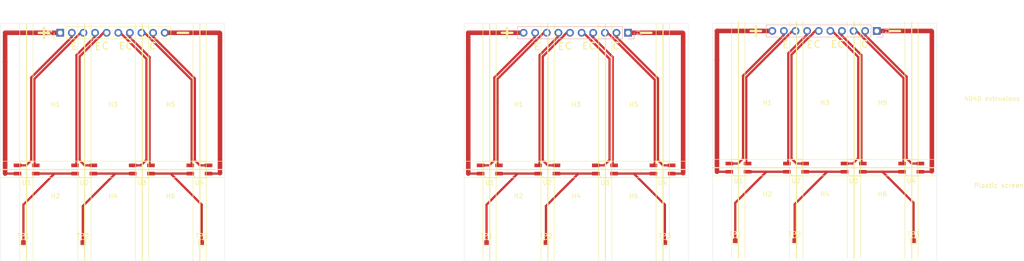
<source format=kicad_pcb>
(kicad_pcb (version 20211014) (generator pcbnew)
  (layers (0 "F.Cu" signal) (31 "B.Cu" signal) (34 "B.Paste" user) (35 "F.Paste" user) (36 "B.SilkS" user "B.Silkscreen") (37 "F.SilkS" user "F.Silkscreen") (38 "B.Mask" user) (39 "F.Mask" user) (44 "Edge.Cuts" user))
  (net 0 "")
  (net 1 "/NEG")
  (net 2 "/E4")
  (net 3 "/C4")
  (net 4 "/E3")
  (net 5 "/C3")
  (net 6 "/E2")
  (net 7 "/E1")
  (net 8 "/C1")
  (net 9 "/POS")
  (net 10 "Net-(TP1-Pad1)")
  (net 11 "Net-(TP2-Pad1)")
  (net 12 "Net-(TP3-Pad1)")
  (net 13 "Net-(U2-Pad3)")
  (footprint "Mounting_Holes:MountingHole_3.2mm_M3" (layer "F.Cu") (at 154.55 82.3)
    (fp_text reference "H3" (at 0 -4.2) (layer "F.SilkS"))
    (fp_text value "MountingHole")
    (pad "" np_thru_hole circle (at 0 0) (size 3.2 3.2) (drill 3.2) (layers *.Cu *.Mask))
  )
  (footprint "TestPoint:TestPoint_Pad_1.0x1.0mm" (layer "F.Cu") (at 134.95 108.3)
    (fp_text reference "TP1" (at 0 -1.448) (layer "F.SilkS"))
    (fp_text value "TestPoint")
    (pad "1" smd rect locked (at 0 0) (size 1 1) (layers "F.Cu" "F.Mask") (net 10 "Net-(TP1-Pad1)"))
  )
  (footprint "TestPoint:TestPoint_Pad_1.0x1.0mm" (layer "F.Cu") (at 228.35 107.9)
    (fp_text reference "TP3" (at 0 -1.448) (layer "F.SilkS"))
    (fp_text value "TestPoint")
    (pad "1" smd rect locked (at 0 0) (size 1 1) (layers "F.Cu" "F.Mask") (net 12 "Net-(TP3-Pad1)"))
  )
  (footprint "TestPoint:TestPoint_Pad_1.0x1.0mm" (layer "F.Cu") (at 189.35 107.9)
    (fp_text reference "TP1" (at 0 -1.448) (layer "F.SilkS"))
    (fp_text value "TestPoint")
    (pad "1" smd rect locked (at 0 0) (size 1 1) (layers "F.Cu" "F.Mask") (net 10 "Net-(TP1-Pad1)"))
  )
  (footprint "Mounting_Holes:MountingHole_3.2mm_M3" (layer "F.Cu") (at 40.65 82.3)
    (fp_text reference "H1" (at 0 -4.2) (layer "F.SilkS"))
    (fp_text value "MountingHole")
    (pad "" np_thru_hole circle (at 0 0) (size 3.2 3.2) (drill 3.2) (layers *.Cu *.Mask))
  )
  (footprint "OptoDevice:QRE1113GR" (layer "F.Cu") (at 173.45 92.3)
    (fp_text reference "U4" (at 0 2.9 unlocked) (layer "F.SilkS"))
    (fp_text value "QRE1113GR")
    (pad "1" smd roundrect (at -2 0.9) (size 1.66 0.79) (layers "F.Cu" "F.Paste" "F.Mask") (roundrect_rratio 0.05) (net 12 "Net-(TP3-Pad1)"))
    (pad "2" smd roundrect (at 2 0.9) (size 1.66 0.79) (layers "F.Cu" "F.Paste" "F.Mask") (roundrect_rratio 0.05) (net 1 "/NEG"))
    (pad "3" smd roundrect (at 2 -0.9) (size 1.66 0.79) (layers "F.Cu" "F.Paste" "F.Mask") (roundrect_rratio 0.05) (net 3 "/C4"))
    (pad "4" smd roundrect (at -2 -0.9) (size 1.66 0.79) (layers "F.Cu" "F.Paste" "F.Mask") (roundrect_rratio 0.05) (net 2 "/E4"))
  )
  (footprint "OptoDevice:QRE1113GR" (layer "F.Cu") (at 46.95 92.3)
    (fp_text reference "U2" (at 0 2.9 unlocked) (layer "F.SilkS"))
    (fp_text value "QRE1113GR")
    (pad "1" smd roundrect (at -2 0.9) (size 1.66 0.79) (layers "F.Cu" "F.Paste" "F.Mask") (roundrect_rratio 0.05) (net 10 "Net-(TP1-Pad1)"))
    (pad "2" smd roundrect (at 2 0.9) (size 1.66 0.79) (layers "F.Cu" "F.Paste" "F.Mask") (roundrect_rratio 0.05) (net 11 "Net-(TP2-Pad1)"))
    (pad "3" smd roundrect (at 2 -0.9) (size 1.66 0.79) (layers "F.Cu" "F.Paste" "F.Mask") (roundrect_rratio 0.05) (net 13 "Net-(U2-Pad3)"))
    (pad "4" smd roundrect (at -2 -0.9) (size 1.66 0.79) (layers "F.Cu" "F.Paste" "F.Mask") (roundrect_rratio 0.05) (net 6 "/E2"))
  )
  (footprint "Connector_PinHeader_2.54mm:PinHeader_1x10_P2.54mm_Vertical" (layer "F.Cu") (at 41.7 62.4 90)
    (fp_text reference "J1" (at 0 -2.33 90) (layer "F.SilkS"))
    (fp_text value "Conn_01x10_Male")
    (pad "1" thru_hole rect (at 0 0 90) (size 1.7 1.7) (drill 1) (layers *.Cu *.Mask) (net 1 "/NEG"))
    (pad "2" thru_hole oval (at 0 2.54 90) (size 1.7 1.7) (drill 1) (layers *.Cu *.Mask) (net 3 "/C4"))
    (pad "3" thru_hole oval (at 0 5.08 90) (size 1.7 1.7) (drill 1) (layers *.Cu *.Mask) (net 2 "/E4"))
    (pad "4" thru_hole oval (at 0 7.62 90) (size 1.7 1.7) (drill 1) (layers *.Cu *.Mask) (net 5 "/C3"))
    (pad "5" thru_hole oval (at 0 10.16 90) (size 1.7 1.7) (drill 1) (layers *.Cu *.Mask) (net 4 "/E3"))
    (pad "6" thru_hole oval (at 0 12.7 90) (size 1.7 1.7) (drill 1) (layers *.Cu *.Mask) (net 13 "Net-(U2-Pad3)"))
    (pad "7" thru_hole oval (at 0 15.24 90) (size 1.7 1.7) (drill 1) (layers *.Cu *.Mask) (net 6 "/E2"))
    (pad "8" thru_hole oval (at 0 17.78 90) (size 1.7 1.7) (drill 1) (layers *.Cu *.Mask) (net 8 "/C1"))
    (pad "9" thru_hole oval (at 0 20.32 90) (size 1.7 1.7) (drill 1) (layers *.Cu *.Mask) (net 7 "/E1"))
    (pad "10" thru_hole oval (at 0 22.86 90) (size 1.7 1.7) (drill 1) (layers *.Cu *.Mask) (net 9 "/POS"))
  )
  (footprint "Mounting_Holes:MountingHole_3.2mm_M3" (layer "F.Cu") (at 53.25 102.3)
    (fp_text reference "H4" (at 0 -4.2) (layer "F.SilkS"))
    (fp_text value "MountingHole")
    (pad "" np_thru_hole circle (at 0 0) (size 3.2 3.2) (drill 3.2) (layers *.Cu *.Mask))
  )
  (footprint "OptoDevice:QRE1113GR" (layer "F.Cu") (at 34.35 92.3)
    (fp_text reference "U1" (at 0 2.9 unlocked) (layer "F.SilkS"))
    (fp_text value "QRE1113GR")
    (pad "1" smd roundrect (at -2 0.9) (size 1.66 0.79) (layers "F.Cu" "F.Paste" "F.Mask") (roundrect_rratio 0.05) (net 9 "/POS"))
    (pad "2" smd roundrect (at 2 0.9) (size 1.66 0.79) (layers "F.Cu" "F.Paste" "F.Mask") (roundrect_rratio 0.05) (net 10 "Net-(TP1-Pad1)"))
    (pad "3" smd roundrect (at 2 -0.9) (size 1.66 0.79) (layers "F.Cu" "F.Paste" "F.Mask") (roundrect_rratio 0.05) (net 8 "/C1"))
    (pad "4" smd roundrect (at -2 -0.9) (size 1.66 0.79) (layers "F.Cu" "F.Paste" "F.Mask") (roundrect_rratio 0.05) (net 7 "/E1"))
  )
  (footprint "TestPoint:TestPoint_Pad_1.0x1.0mm" (layer "F.Cu") (at 147.95 108.3)
    (fp_text reference "TP2" (at 0 -1.448) (layer "F.SilkS"))
    (fp_text value "TestPoint")
    (pad "1" smd rect locked (at 0 0) (size 1 1) (layers "F.Cu" "F.Mask") (net 11 "Net-(TP2-Pad1)"))
  )
  (footprint "TestPoint:TestPoint_Pad_1.0x1.0mm" (layer "F.Cu") (at 72.65 108.3)
    (fp_text reference "TP3" (at 0 -1.448) (layer "F.SilkS"))
    (fp_text value "TestPoint")
    (pad "1" smd rect locked (at 0 0) (size 1 1) (layers "F.Cu" "F.Mask") (net 12 "Net-(TP3-Pad1)"))
  )
  (footprint "OptoDevice:QRE1113GR" (layer "F.Cu") (at 72.15 92.3)
    (fp_text reference "U4" (at 0 2.9 unlocked) (layer "F.SilkS"))
    (fp_text value "QRE1113GR")
    (pad "1" smd roundrect (at -2 0.9) (size 1.66 0.79) (layers "F.Cu" "F.Paste" "F.Mask") (roundrect_rratio 0.05) (net 12 "Net-(TP3-Pad1)"))
    (pad "2" smd roundrect (at 2 0.9) (size 1.66 0.79) (layers "F.Cu" "F.Paste" "F.Mask") (roundrect_rratio 0.05) (net 1 "/NEG"))
    (pad "3" smd roundrect (at 2 -0.9) (size 1.66 0.79) (layers "F.Cu" "F.Paste" "F.Mask") (roundrect_rratio 0.05) (net 3 "/C4"))
    (pad "4" smd roundrect (at -2 -0.9) (size 1.66 0.79) (layers "F.Cu" "F.Paste" "F.Mask") (roundrect_rratio 0.05) (net 2 "/E4"))
  )
  (footprint "Mounting_Holes:MountingHole_3.2mm_M3" (layer "F.Cu") (at 65.85 82.3)
    (fp_text reference "H5" (at 0 -4.2) (layer "F.SilkS"))
    (fp_text value "MountingHole")
    (pad "" np_thru_hole circle (at 0 0) (size 3.2 3.2) (drill 3.2) (layers *.Cu *.Mask))
  )
  (footprint "TestPoint:TestPoint_Pad_1.0x1.0mm" (layer "F.Cu") (at 173.95 108.3)
    (fp_text reference "TP3" (at 0 -1.448) (layer "F.SilkS"))
    (fp_text value "TestPoint")
    (pad "1" smd rect locked (at 0 0) (size 1 1) (layers "F.Cu" "F.Mask") (net 12 "Net-(TP3-Pad1)"))
  )
  (footprint "OptoDevice:QRE1113GR" (layer "F.Cu") (at 190.05 91.9)
    (fp_text reference "U1" (at 0 2.9 unlocked) (layer "F.SilkS"))
    (fp_text value "QRE1113GR")
    (pad "1" smd roundrect (at -2 0.9) (size 1.66 0.79) (layers "F.Cu" "F.Paste" "F.Mask") (roundrect_rratio 0.05) (net 9 "/POS"))
    (pad "2" smd roundrect (at 2 0.9) (size 1.66 0.79) (layers "F.Cu" "F.Paste" "F.Mask") (roundrect_rratio 0.05) (net 10 "Net-(TP1-Pad1)"))
    (pad "3" smd roundrect (at 2 -0.9) (size 1.66 0.79) (layers "F.Cu" "F.Paste" "F.Mask") (roundrect_rratio 0.05) (net 8 "/C1"))
    (pad "4" smd roundrect (at -2 -0.9) (size 1.66 0.79) (layers "F.Cu" "F.Paste" "F.Mask") (roundrect_rratio 0.05) (net 7 "/E1"))
  )
  (footprint "Mounting_Holes:MountingHole_3.2mm_M3" (layer "F.Cu") (at 221.55 101.9)
    (fp_text reference "H6" (at 0 -4.2) (layer "F.SilkS"))
    (fp_text value "MountingHole")
    (pad "" np_thru_hole circle (at 0 0) (size 3.2 3.2) (drill 3.2) (layers *.Cu *.Mask))
  )
  (footprint "OptoDevice:QRE1113GR" (layer "F.Cu") (at 160.85 92.3)
    (fp_text reference "U3" (at 0 2.9 unlocked) (layer "F.SilkS"))
    (fp_text value "QRE1113GR")
    (pad "1" smd roundrect (at -2 0.9) (size 1.66 0.79) (layers "F.Cu" "F.Paste" "F.Mask") (roundrect_rratio 0.05) (net 11 "Net-(TP2-Pad1)"))
    (pad "2" smd roundrect (at 2 0.9) (size 1.66 0.79) (layers "F.Cu" "F.Paste" "F.Mask") (roundrect_rratio 0.05) (net 12 "Net-(TP3-Pad1)"))
    (pad "3" smd roundrect (at 2 -0.9) (size 1.66 0.79) (layers "F.Cu" "F.Paste" "F.Mask") (roundrect_rratio 0.05) (net 5 "/C3"))
    (pad "4" smd roundrect (at -2 -0.9) (size 1.66 0.79) (layers "F.Cu" "F.Paste" "F.Mask") (roundrect_rratio 0.05) (net 4 "/E3"))
  )
  (footprint "OptoDevice:QRE1113GR" (layer "F.Cu") (at 215.25 91.9)
    (fp_text reference "U3" (at 0 2.9 unlocked) (layer "F.SilkS"))
    (fp_text value "QRE1113GR")
    (pad "1" smd roundrect (at -2 0.9) (size 1.66 0.79) (layers "F.Cu" "F.Paste" "F.Mask") (roundrect_rratio 0.05) (net 11 "Net-(TP2-Pad1)"))
    (pad "2" smd roundrect (at 2 0.9) (size 1.66 0.79) (layers "F.Cu" "F.Paste" "F.Mask") (roundrect_rratio 0.05) (net 12 "Net-(TP3-Pad1)"))
    (pad "3" smd roundrect (at 2 -0.9) (size 1.66 0.79) (layers "F.Cu" "F.Paste" "F.Mask") (roundrect_rratio 0.05) (net 5 "/C3"))
    (pad "4" smd roundrect (at -2 -0.9) (size 1.66 0.79) (layers "F.Cu" "F.Paste" "F.Mask") (roundrect_rratio 0.05) (net 4 "/E3"))
  )
  (footprint "OptoDevice:QRE1113GR" (layer "F.Cu") (at 227.85 91.9)
    (fp_text reference "U4" (at 0 2.9 unlocked) (layer "F.SilkS"))
    (fp_text value "QRE1113GR")
    (pad "1" smd roundrect (at -2 0.9) (size 1.66 0.79) (layers "F.Cu" "F.Paste" "F.Mask") (roundrect_rratio 0.05) (net 12 "Net-(TP3-Pad1)"))
    (pad "2" smd roundrect (at 2 0.9) (size 1.66 0.79) (layers "F.Cu" "F.Paste" "F.Mask") (roundrect_rratio 0.05) (net 1 "/NEG"))
    (pad "3" smd roundrect (at 2 -0.9) (size 1.66 0.79) (layers "F.Cu" "F.Paste" "F.Mask") (roundrect_rratio 0.05) (net 3 "/C4"))
    (pad "4" smd roundrect (at -2 -0.9) (size 1.66 0.79) (layers "F.Cu" "F.Paste" "F.Mask") (roundrect_rratio 0.05) (net 2 "/E4"))
  )
  (footprint "TestPoint:TestPoint_Pad_1.0x1.0mm" (layer "F.Cu") (at 202.35 107.9)
    (fp_text reference "TP2" (at 0 -1.448) (layer "F.SilkS"))
    (fp_text value "TestPoint")
    (pad "1" smd rect locked (at 0 0) (size 1 1) (layers "F.Cu" "F.Mask") (net 11 "Net-(TP2-Pad1)"))
  )
  (footprint "Mounting_Holes:MountingHole_3.2mm_M3" (layer "F.Cu") (at 247 100)
    (fp_text reference "Plastic screen" (at 0 -4.2) (layer "F.SilkS"))
    (fp_text value "MountingHole")
    (pad "" np_thru_hole circle (at 0 0) (size 3.2 3.2) (drill 3.2) (layers *.Cu *.Mask))
  )
  (footprint "Mounting_Holes:MountingHole_3.2mm_M3" (layer "F.Cu") (at 141.95 102.3)
    (fp_text reference "H2" (at 0 -4.2) (layer "F.SilkS"))
    (fp_text value "MountingHole")
    (pad "" np_thru_hole circle (at 0 0) (size 3.2 3.2) (drill 3.2) (layers *.Cu *.Mask))
  )
  (footprint "Mounting_Holes:MountingHole_3.2mm_M3" (layer "F.Cu") (at 141.95 82.3)
    (fp_text reference "H1" (at 0 -4.2) (layer "F.SilkS"))
    (fp_text value "MountingHole")
    (pad "" np_thru_hole circle (at 0 0) (size 3.2 3.2) (drill 3.2) (layers *.Cu *.Mask))
  )
  (footprint "Mounting_Holes:MountingHole_3.2mm_M3" (layer "F.Cu") (at 208.95 81.9)
    (fp_text reference "H3" (at 0 -4.2) (layer "F.SilkS"))
    (fp_text value "MountingHole")
    (pad "" np_thru_hole circle (at 0 0) (size 3.2 3.2) (drill 3.2) (layers *.Cu *.Mask))
  )
  (footprint "OptoDevice:QRE1113GR" (layer "F.Cu") (at 59.55 92.3)
    (fp_text reference "U3" (at 0 2.9 unlocked) (layer "F.SilkS"))
    (fp_text value "QRE1113GR")
    (pad "1" smd roundrect (at -2 0.9) (size 1.66 0.79) (layers "F.Cu" "F.Paste" "F.Mask") (roundrect_rratio 0.05) (net 11 "Net-(TP2-Pad1)"))
    (pad "2" smd roundrect (at 2 0.9) (size 1.66 0.79) (layers "F.Cu" "F.Paste" "F.Mask") (roundrect_rratio 0.05) (net 12 "Net-(TP3-Pad1)"))
    (pad "3" smd roundrect (at 2 -0.9) (size 1.66 0.79) (layers "F.Cu" "F.Paste" "F.Mask") (roundrect_rratio 0.05) (net 5 "/C3"))
    (pad "4" smd roundrect (at -2 -0.9) (size 1.66 0.79) (layers "F.Cu" "F.Paste" "F.Mask") (roundrect_rratio 0.05) (net 4 "/E3"))
  )
  (footprint "Mounting_Holes:MountingHole_3.2mm_M3" (layer "F.Cu") (at 208.95 101.9)
    (fp_text reference "H4" (at 0 -4.2) (layer "F.SilkS"))
    (fp_text value "MountingHole")
    (pad "" np_thru_hole circle (at 0 0) (size 3.2 3.2) (drill 3.2) (layers *.Cu *.Mask))
  )
  (footprint "OptoDevice:QRE1113GR" (layer "F.Cu") (at 135.65 92.3)
    (fp_text reference "U1" (at 0 2.9 unlocked) (layer "F.SilkS"))
    (fp_text value "QRE1113GR")
    (pad "1" smd roundrect (at -2 0.9) (size 1.66 0.79) (layers "F.Cu" "F.Paste" "F.Mask") (roundrect_rratio 0.05) (net 9 "/POS"))
    (pad "2" smd roundrect (at 2 0.9) (size 1.66 0.79) (layers "F.Cu" "F.Paste" "F.Mask") (roundrect_rratio 0.05) (net 10 "Net-(TP1-Pad1)"))
    (pad "3" smd roundrect (at 2 -0.9) (size 1.66 0.79) (layers "F.Cu" "F.Paste" "F.Mask") (roundrect_rratio 0.05) (net 8 "/C1"))
    (pad "4" smd roundrect (at -2 -0.9) (size 1.66 0.79) (layers "F.Cu" "F.Paste" "F.Mask") (roundrect_rratio 0.05) (net 7 "/E1"))
  )
  (footprint "TestPoint:TestPoint_Pad_1.0x1.0mm" (layer "F.Cu") (at 33.65 108.3)
    (fp_text reference "TP1" (at 0 -1.448) (layer "F.SilkS"))
    (fp_text value "TestPoint")
    (pad "1" smd rect locked (at 0 0) (size 1 1) (layers "F.Cu" "F.Mask") (net 10 "Net-(TP1-Pad1)"))
  )
  (footprint "Mounting_Holes:MountingHole_3.2mm_M3" (layer "F.Cu") (at 167.15 102.3)
    (fp_text reference "H6" (at 0 -4.2) (layer "F.SilkS"))
    (fp_text value "MountingHole")
    (pad "" np_thru_hole circle (at 0 0) (size 3.2 3.2) (drill 3.2) (layers *.Cu *.Mask))
  )
  (footprint "Mounting_Holes:MountingHole_3.2mm_M3" (layer "F.Cu") (at 53.25 82.3)
    (fp_text reference "H3" (at 0 -4.2) (layer "F.SilkS"))
    (fp_text value "MountingHole")
    (pad "" np_thru_hole circle (at 0 0) (size 3.2 3.2) (drill 3.2) (layers *.Cu *.Mask))
  )
  (footprint "OptoDevice:QRE1113GR" (layer "F.Cu") (at 202.65 91.9)
    (fp_text reference "U2" (at 0 2.9 unlocked) (layer "F.SilkS"))
    (fp_text value "QRE1113GR")
    (pad "1" smd roundrect (at -2 0.9) (size 1.66 0.79) (layers "F.Cu" "F.Paste" "F.Mask") (roundrect_rratio 0.05) (net 10 "Net-(TP1-Pad1)"))
    (pad "2" smd roundrect (at 2 0.9) (size 1.66 0.79) (layers "F.Cu" "F.Paste" "F.Mask") (roundrect_rratio 0.05) (net 11 "Net-(TP2-Pad1)"))
    (pad "3" smd roundrect (at 2 -0.9) (size 1.66 0.79) (layers "F.Cu" "F.Paste" "F.Mask") (roundrect_rratio 0.05) (net 13 "Net-(U2-Pad3)"))
    (pad "4" smd roundrect (at -2 -0.9) (size 1.66 0.79) (layers "F.Cu" "F.Paste" "F.Mask") (roundrect_rratio 0.05) (net 6 "/E2"))
  )
  (footprint "OptoDevice:QRE1113GR" (layer "F.Cu") (at 148.25 92.3)
    (fp_text reference "U2" (at 0 2.9 unlocked) (layer "F.SilkS"))
    (fp_text value "QRE1113GR")
    (pad "1" smd roundrect (at -2 0.9) (size 1.66 0.79) (layers "F.Cu" "F.Paste" "F.Mask") (roundrect_rratio 0.05) (net 10 "Net-(TP1-Pad1)"))
    (pad "2" smd roundrect (at 2 0.9) (size 1.66 0.79) (layers "F.Cu" "F.Paste" "F.Mask") (roundrect_rratio 0.05) (net 11 "Net-(TP2-Pad1)"))
    (pad "3" smd roundrect (at 2 -0.9) (size 1.66 0.79) (layers "F.Cu" "F.Paste" "F.Mask") (roundrect_rratio 0.05) (net 13 "Net-(U2-Pad3)"))
    (pad "4" smd roundrect (at -2 -0.9) (size 1.66 0.79) (layers "F.Cu" "F.Paste" "F.Mask") (roundrect_rratio 0.05) (net 6 "/E2"))
  )
  (footprint "Mounting_Holes:MountingHole_3.2mm_M3" (layer "F.Cu") (at 154.55 102.3)
    (fp_text reference "H4" (at 0 -4.2) (layer "F.SilkS"))
    (fp_text value "MountingHole")
    (pad "" np_thru_hole circle (at 0 0) (size 3.2 3.2) (drill 3.2) (layers *.Cu *.Mask))
  )
  (footprint "Mounting_Holes:MountingHole_3.2mm_M3" (layer "F.Cu") (at 65.85 102.3)
    (fp_text reference "H6" (at 0 -4.2) (layer "F.SilkS"))
    (fp_text value "MountingHole")
    (pad "" np_thru_hole circle (at 0 0) (size 3.2 3.2) (drill 3.2) (layers *.Cu *.Mask))
  )
  (footprint "Mounting_Holes:MountingHole_3.2mm_M3" (layer "F.Cu") (at 167.15 82.3)
    (fp_text reference "H5" (at 0 -4.2) (layer "F.SilkS"))
    (fp_text value "MountingHole")
    (pad "" np_thru_hole circle (at 0 0) (size 3.2 3.2) (drill 3.2) (layers *.Cu *.Mask))
  )
  (footprint "TestPoint:TestPoint_Pad_1.0x1.0mm" (layer "F.Cu") (at 46.65 108.3)
    (fp_text reference "TP2" (at 0 -1.448) (layer "F.SilkS"))
    (fp_text value "TestPoint")
    (pad "1" smd rect locked (at 0 0) (size 1 1) (layers "F.Cu" "F.Mask") (net 11 "Net-(TP2-Pad1)"))
  )
  (footprint "Mounting_Holes:MountingHole_3.2mm_M3" (layer "F.Cu") (at 221.55 81.9)
    (fp_text reference "H5" (at 0 -4.2) (layer "F.SilkS"))
    (fp_text value "MountingHole")
    (pad "" np_thru_hole circle (at 0 0) (size 3.2 3.2) (drill 3.2) (layers *.Cu *.Mask))
  )
  (footprint "Mounting_Holes:MountingHole_3.2mm_M3" (layer "F.Cu") (at 196.35 81.9)
    (fp_text reference "H1" (at 0 -4.2) (layer "F.SilkS"))
    (fp_text value "MountingHole")
    (pad "" np_thru_hole circle (at 0 0) (size 3.2 3.2) (drill 3.2) (layers *.Cu *.Mask))
  )
  (footprint "Mounting_Holes:MountingHole_3.2mm_M3" (layer "F.Cu") (at 40.65 102.3)
    (fp_text reference "H2" (at 0 -4.2) (layer "F.SilkS"))
    (fp_text value "MountingHole")
    (pad "" np_thru_hole circle (at 0 0) (size 3.2 3.2) (drill 3.2) (layers *.Cu *.Mask))
  )
  (footprint "Mounting_Holes:MountingHole_3.2mm_M3" (layer "F.Cu") (at 196.35 101.9)
    (fp_text reference "H2" (at 0 -4.2) (layer "F.SilkS"))
    (fp_text value "MountingHole")
    (pad "" np_thru_hole circle (at 0 0) (size 3.2 3.2) (drill 3.2) (layers *.Cu *.Mask))
  )
  (footprint "Mounting_Holes:MountingHole_3.2mm_M3" (layer "F.Cu") (at 245.5 81)
    (fp_text reference "4040 extrusions" (at 0 -4.2) (layer "F.SilkS"))
    (fp_text value "MountingHole")
    (pad "" np_thru_hole circle (at 0 0) (size 3.2 3.2) (drill 3.2) (layers *.Cu *.Mask))
  )
  (footprint "Connector_PinHeader_2.54mm:PinHeader_1x10_P2.54mm_Vertical" (layer "B.Cu") (at 165.91 62.4 90)
    (fp_text reference "J1" (at 0 2.33 90) (layer "B.SilkS") (effects (justify mirror)))
    (fp_text value "Conn_01x10_Male")
    (pad "1" thru_hole rect (at 0 0 90) (size 1.7 1.7) (drill 1) (layers *.Cu *.Mask) (net 1 "/NEG"))
    (pad "2" thru_hole oval (at 0 -2.54 90) (size 1.7 1.7) (drill 1) (layers *.Cu *.Mask) (net 3 "/C4"))
    (pad "3" thru_hole oval (at 0 -5.08 90) (size 1.7 1.7) (drill 1) (layers *.Cu *.Mask) (net 2 "/E4"))
    (pad "4" thru_hole oval (at 0 -7.62 90) (size 1.7 1.7) (drill 1) (layers *.Cu *.Mask) (net 5 "/C3"))
    (pad "5" thru_hole oval (at 0 -10.16 90) (size 1.7 1.7) (drill 1) (layers *.Cu *.Mask) (net 4 "/E3"))
    (pad "6" thru_hole oval (at 0 -12.7 90) (size 1.7 1.7) (drill 1) (layers *.Cu *.Mask) (net 13 "Net-(U2-Pad3)"))
    (pad "7" thru_hole oval (at 0 -15.24 90) (size 1.7 1.7) (drill 1) (layers *.Cu *.Mask) (net 6 "/E2"))
    (pad "8" thru_hole oval (at 0 -17.78 90) (size 1.7 1.7) (drill 1) (layers *.Cu *.Mask) (net 8 "/C1"))
    (pad "9" thru_hole oval (at 0 -20.32 90) (size 1.7 1.7) (drill 1) (layers *.Cu *.Mask) (net 7 "/E1"))
    (pad "10" thru_hole oval (at 0 -22.86 90) (size 1.7 1.7) (drill 1) (layers *.Cu *.Mask) (net 9 "/POS"))
  )
  (footprint "Connector_PinHeader_2.54mm:PinHeader_1x10_P2.54mm_Vertical" (layer "B.Cu") (at 220.31 62 90)
    (fp_text reference "J1" (at 0 2.33 90) (layer "B.SilkS") (effects (justify mirror)))
    (fp_text value "Conn_01x10_Male")
    (pad "1" thru_hole rect (at 0 0 90) (size 1.7 1.7) (drill 1) (layers *.Cu *.Mask) (net 1 "/NEG"))
    (pad "2" thru_hole oval (at 0 -2.54 90) (size 1.7 1.7) (drill 1) (layers *.Cu *.Mask) (net 3 "/C4"))
    (pad "3" thru_hole oval (at 0 -5.08 90) (size 1.7 1.7) (drill 1) (layers *.Cu *.Mask) (net 2 "/E4"))
    (pad "4" thru_hole oval (at 0 -7.62 90) (size 1.7 1.7) (drill 1) (layers *.Cu *.Mask) (net 5 "/C3"))
    (pad "5" thru_hole oval (at 0 -10.16 90) (size 1.7 1.7) (drill 1) (layers *.Cu *.Mask) (net 4 "/E3"))
    (pad "6" thru_hole oval (at 0 -12.7 90) (size 1.7 1.7) (drill 1) (layers *.Cu *.Mask) (net 13 "Net-(U2-Pad3)"))
    (pad "7" thru_hole oval (at 0 -15.24 90) (size 1.7 1.7) (drill 1) (layers *.Cu *.Mask) (net 6 "/E2"))
    (pad "8" thru_hole oval (at 0 -17.78 90) (size 1.7 1.7) (drill 1) (layers *.Cu *.Mask) (net 8 "/C1"))
    (pad "9" thru_hole oval (at 0 -20.32 90) (size 1.7 1.7) (drill 1) (layers *.Cu *.Mask) (net 7 "/E1"))
    (pad "10" thru_hole oval (at 0 -22.86 90) (size 1.7 1.7) (drill 1) (layers *.Cu *.Mask) (net 9 "/POS"))
  )
  (gr_line (start 45.55 60.4) (end 45.55 112.1) (layer "F.SilkS") (width 0.12))
  (gr_line (start 178.85 92.3) (end 129.95 92.3) (layer "F.SilkS") (width 0.24))
  (gr_line (start 137.05 60.4) (end 137.05 112.1) (layer "F.SilkS") (width 0.12))
  (gr_line (start 135.65 60.4) (end 135.65 112.1) (layer "F.SilkS") (width 0.24))
  (gr_line (start 191.45 60) (end 191.45 111.7) (layer "F.SilkS") (width 0.12))
  (gr_line (start 77.55 92.3) (end 28.65 92.3) (layer "F.SilkS") (width 0.24))
  (gr_line (start 178.85 90.5) (end 129.95 90.5) (layer "F.SilkS") (width 0.12))
  (gr_line (start 72.25 60.5) (end 72.25 112.2) (layer "F.SilkS") (width 0.24))
  (gr_line (start 188.55 60) (end 188.55 111.7) (layer "F.SilkS") (width 0.12))
  (gr_line (start 58.15 60.4) (end 58.15 112.1) (layer "F.SilkS") (width 0.12))
  (gr_line (start 172.05 60.5) (end 172.05 112.2) (layer "F.SilkS") (width 0.12))
  (gr_line (start 204.15 60) (end 204.15 111.7) (layer "F.SilkS") (width 0.12))
  (gr_line (start 190.05 60) (end 190.05 111.7) (layer "F.SilkS") (width 0.24))
  (gr_line (start 233.25 91.9) (end 184.35 91.9) (layer "F.SilkS") (width 0.24))
  (gr_line (start 202.75 60) (end 202.75 111.7) (layer "F.SilkS") (width 0.24))
  (gr_line (start 229.35 60.1) (end 229.35 111.8) (layer "F.SilkS") (width 0.12))
  (gr_line (start 70.75 60.5) (end 70.75 112.2) (layer "F.SilkS") (width 0.12))
  (gr_line (start 149.75 60.4) (end 149.75 112.1) (layer "F.SilkS") (width 0.12))
  (gr_line (start 148.35 60.4) (end 148.35 112.1) (layer "F.SilkS") (width 0.24))
  (gr_line (start 59.65 60.4) (end 59.65 112.1) (layer "F.SilkS") (width 0.24))
  (gr_line (start 73.65 60.5) (end 73.65 112.2) (layer "F.SilkS") (width 0.12))
  (gr_line (start 213.85 60) (end 213.85 111.7) (layer "F.SilkS") (width 0.12))
  (gr_line (start 35.75 60.4) (end 35.75 112.1) (layer "F.SilkS") (width 0.12))
  (gr_line (start 226.45 60.1) (end 226.45 111.8) (layer "F.SilkS") (width 0.12))
  (gr_line (start 77.55 90.5) (end 28.65 90.5) (layer "F.SilkS") (width 0.12))
  (gr_line (start 201.25 60) (end 201.25 111.7) (layer "F.SilkS") (width 0.12))
  (gr_line (start 173.55 60.5) (end 173.55 112.2) (layer "F.SilkS") (width 0.24))
  (gr_line (start 216.75 60) (end 216.75 111.7) (layer "F.SilkS") (width 0.12))
  (gr_line (start 215.35 60) (end 215.35 111.7) (layer "F.SilkS") (width 0.24))
  (gr_line (start 159.45 60.4) (end 159.45 112.1) (layer "F.SilkS") (width 0.12))
  (gr_line (start 47.05 60.4) (end 47.05 112.1) (layer "F.SilkS") (width 0.24))
  (gr_line (start 48.45 60.4) (end 48.45 112.1) (layer "F.SilkS") (width 0.12))
  (gr_line (start 77.55 94.1) (end 28.65 94.1) (layer "F.SilkS") (width 0.12))
  (gr_line (start 146.85 60.4) (end 146.85 112.1) (layer "F.SilkS") (width 0.12))
  (gr_line (start 233.25 90.1) (end 184.35 90.1) (layer "F.SilkS") (width 0.12))
  (gr_line (start 134.15 60.4) (end 134.15 112.1) (layer "F.SilkS") (width 0.12))
  (gr_line (start 160.95 60.4) (end 160.95 112.1) (layer "F.SilkS") (width 0.24))
  (gr_line (start 32.85 60.4) (end 32.85 112.1) (layer "F.SilkS") (width 0.12))
  (gr_line (start 174.95 60.5) (end 174.95 112.2) (layer "F.SilkS") (width 0.12))
  (gr_line (start 233.25 93.7) (end 184.35 93.7) (layer "F.SilkS") (width 0.12))
  (gr_line (start 227.95 60.1) (end 227.95 111.8) (layer "F.SilkS") (width 0.24))
  (gr_line (start 162.35 60.4) (end 162.35 112.1) (layer "F.SilkS") (width 0.12))
  (gr_line (start 61.05 60.4) (end 61.05 112.1) (layer "F.SilkS") (width 0.12))
  (gr_line (start 178.85 94.1) (end 129.95 94.1) (layer "F.SilkS") (width 0.12))
  (gr_line (start 34.35 60.4) (end 34.35 112.1) (layer "F.SilkS") (width 0.24))
  (gr_rect (start 28.65 60.3) (end 77.65 112.3) (layer "Edge.Cuts") (width 0.05) (fill none))
  (gr_rect (start 184.4 60.3) (end 233.4 112.3) (layer "Edge.Cuts") (width 0.05) (fill none))
  (gr_rect (start 130.1 60.3) (end 179.1 112.3) (layer "Edge.Cuts") (width 0.05) (fill none))
  (gr_text "+" (at 38.15 62.2) (layer "F.SilkS") (effects (font (size 3 3) (thickness 0.5))))
  (gr_text "E" (at 205.65 65) (layer "F.SilkS") (effects (font (size 1.5 1.5) (thickness 0.25))))
  (gr_text "-" (at 169.85 62.2) (layer "F.SilkS") (effects (font (size 3 3) (thickness 0.5))))
  (gr_text "C" (at 152.85 65.3) (layer "F.SilkS") (effects (font (size 1.5 1.5) (thickness 0.25))))
  (gr_text "-" (at 224.25 61.8) (layer "F.SilkS") (effects (font (size 3 3) (thickness 0.5))))
  (gr_text "+" (at 139.45 62.2) (layer "F.SilkS") (effects (font (size 3 3) (thickness 0.5))))
  (gr_text "C" (at 217.65 64.9) (layer "F.SilkS") (effects (font (size 1.5 1.5) (thickness 0.25))))
  (gr_text "+" (at 193.85 61.8) (layer "F.SilkS") (effects (font (size 3 3) (thickness 0.5))))
  (gr_text "C" (at 212.45 64.9) (layer "F.SilkS") (effects (font (size 1.5 1.5) (thickness 0.25))))
  (gr_text "C" (at 51.55 65.3) (layer "F.SilkS") (effects (font (size 1.5 1.5) (thickness 0.25))))
  (gr_text "C" (at 61.95 65.3) (layer "F.SilkS") (effects (font (size 1.5 1.5) (thickness 0.25))))
  (gr_text "C" (at 56.75 65.3) (layer "F.SilkS") (effects (font (size 1.5 1.5) (thickness 0.25))))
  (gr_text "E" (at 200.35 65) (layer "F.SilkS") (effects (font (size 1.5 1.5) (thickness 0.25))))
  (gr_text "E" (at 44.65 65.4) (layer "F.SilkS") (effects (font (size 1.5 1.5) (thickness 0.25))))
  (gr_text "E" (at 151.25 65.4) (layer "F.SilkS") (effects (font (size 1.5 1.5) (thickness 0.25))))
  (gr_text "C" (at 158.05 65.3) (layer "F.SilkS") (effects (font (size 1.5 1.5) (thickness 0.25))))
  (gr_text "E" (at 156.55 65.3) (layer "F.SilkS") (effects (font (size 1.5 1.5) (thickness 0.25))))
  (gr_text "E" (at 210.95 64.9) (layer "F.SilkS") (effects (font (size 1.5 1.5) (thickness 0.25))))
  (gr_text "E" (at 55.25 65.3) (layer "F.SilkS") (effects (font (size 1.5 1.5) (thickness 0.25))))
  (gr_text "C" (at 207.25 64.9) (layer "F.SilkS") (effects (font (size 1.5 1.5) (thickness 0.25))))
  (gr_text "E" (at 145.95 65.4) (layer "F.SilkS") (effects (font (size 1.5 1.5) (thickness 0.25))))
  (gr_text "-" (at 68.55 62.2) (layer "F.SilkS") (effects (font (size 3 3) (thickness 0.5))))
  (gr_text "C" (at 163.25 65.3) (layer "F.SilkS") (effects (font (size 1.5 1.5) (thickness 0.25))))
  (gr_text "E" (at 49.95 65.4) (layer "F.SilkS") (effects (font (size 1.5 1.5) (thickness 0.25))))
  (segment (start 64.61 62.4) (end 76.55 62.4) (width 1) (layer "F.Cu") (net 1))
  (segment (start 177.85 93.2) (end 177.95 93.1) (width 0.5) (layer "F.Cu") (net 1))
  (segment (start 76.55 93.2) (end 76.65 93.1) (width 0.5) (layer "F.Cu") (net 1))
  (segment (start 232.25 62) (end 232.35 62.1) (width 0.25) (layer "F.Cu") (net 1))
  (segment (start 165.91 62.4) (end 177.85 62.4) (width 1) (layer "F.Cu") (net 1))
  (segment (start 220.31 62) (end 232.25 62) (width 1) (layer "F.Cu") (net 1))
  (segment (start 76.55 62.4) (end 76.65 62.5) (width 0.25) (layer "F.Cu") (net 1))
  (segment (start 177.85 62.4) (end 177.95 62.5) (width 0.25) (layer "F.Cu") (net 1))
  (segment (start 175.45 93.2) (end 177.85 93.2) (width 0.5) (layer "F.Cu") (net 1))
  (segment (start 232.25 92.8) (end 232.35 92.7) (width 0.5) (layer "F.Cu") (net 1))
  (segment (start 74.15 93.2) (end 76.55 93.2) (width 0.5) (layer "F.Cu") (net 1))
  (segment (start 177.95 62.5) (end 177.95 93.1) (width 1) (layer "F.Cu") (net 1))
  (segment (start 76.65 62.5) (end 76.65 93.1) (width 1) (layer "F.Cu") (net 1))
  (segment (start 232.35 62.1) (end 232.35 92.7) (width 1) (layer "F.Cu") (net 1))
  (segment (start 229.85 92.8) (end 232.25 92.8) (width 0.5) (layer "F.Cu") (net 1))
  (segment (start 160.83 62.4) (end 161.45 62.4) (width 0.5) (layer "F.Cu") (net 2))
  (segment (start 226.15 90.7) (end 225.85 91) (width 0.5) (layer "F.Cu") (net 2))
  (segment (start 161.45 62.4) (end 171.75 72.7) (width 0.5) (layer "F.Cu") (net 2))
  (segment (start 59.53 62.4) (end 60.15 62.4) (width 0.5) (layer "F.Cu") (net 2))
  (segment (start 226.15 72.3) (end 226.15 90.7) (width 0.5) (layer "F.Cu") (net 2))
  (segment (start 171.75 72.7) (end 171.75 91.1) (width 0.5) (layer "F.Cu") (net 2))
  (segment (start 171.75 91.1) (end 171.45 91.4) (width 0.5) (layer "F.Cu") (net 2))
  (segment (start 215.85 62) (end 226.15 72.3) (width 0.5) (layer "F.Cu") (net 2))
  (segment (start 60.15 62.4) (end 70.45 72.7) (width 0.5) (layer "F.Cu") (net 2))
  (segment (start 70.45 91.1) (end 70.15 91.4) (width 0.5) (layer "F.Cu") (net 2))
  (segment (start 70.45 72.7) (end 70.45 91.1) (width 0.5) (layer "F.Cu") (net 2))
  (segment (start 215.23 62) (end 215.85 62) (width 0.5) (layer "F.Cu") (net 2))
  (segment (start 162.869635 62.830365) (end 163.3 62.4) (width 0.5) (layer "F.Cu") (net 3))
  (segment (start 229.85 91) (end 227.94952 91) (width 0.5) (layer "F.Cu") (net 3))
  (segment (start 71.14952 90.3) (end 71.14952 72.41025) (width 0.5) (layer "F.Cu") (net 3))
  (segment (start 227.94952 91) (end 226.84952 89.9) (width 0.5) (layer "F.Cu") (net 3))
  (segment (start 71.14952 72.41025) (end 61.569635 62.830365) (width 0.5) (layer "F.Cu") (net 3))
  (segment (start 163.3 62.4) (end 163.37 62.4) (width 0.5) (layer "F.Cu") (net 3))
  (segment (start 175.45 91.4) (end 173.54952 91.4) (width 0.5) (layer "F.Cu") (net 3))
  (segment (start 172.44952 90.3) (end 172.44952 72.41025) (width 0.5) (layer "F.Cu") (net 3))
  (segment (start 62 62.4) (end 62.07 62.4) (width 0.5) (layer "F.Cu") (net 3))
  (segment (start 226.84952 89.9) (end 226.84952 72.01025) (width 0.5) (layer "F.Cu") (net 3))
  (segment (start 217.269635 62.430365) (end 217.7 62) (width 0.5) (layer "F.Cu") (net 3))
  (segment (start 226.84952 72.01025) (end 217.269635 62.430365) (width 0.5) (layer "F.Cu") (net 3))
  (segment (start 61.569635 62.830365) (end 62 62.4) (width 0.5) (layer "F.Cu") (net 3))
  (segment (start 72.24952 91.4) (end 71.14952 90.3) (width 0.5) (layer "F.Cu") (net 3))
  (segment (start 173.54952 91.4) (end 172.44952 90.3) (width 0.5) (layer "F.Cu") (net 3))
  (segment (start 217.7 62) (end 217.77 62) (width 0.5) (layer "F.Cu") (net 3))
  (segment (start 172.44952 72.41025) (end 162.869635 62.830365) (width 0.5) (layer "F.Cu") (net 3))
  (segment (start 74.15 91.4) (end 72.24952 91.4) (width 0.5) (layer "F.Cu") (net 3))
  (segment (start 54.45 62.4) (end 54.85 62.4) (width 0.5) (layer "F.Cu") (net 4))
  (segment (start 54.85 62.4) (end 60.55048 68.10048) (width 0.5) (layer "F.Cu") (net 4))
  (segment (start 216.25048 89.79952) (end 215.05 91) (width 0.5) (layer "F.Cu") (net 4))
  (segment (start 160.65 91.4) (end 158.85 91.4) (width 0.5) (layer "F.Cu") (net 4))
  (segment (start 210.15 62) (end 210.55 62) (width 0.5) (layer "F.Cu") (net 4))
  (segment (start 156.15 62.4) (end 161.85048 68.10048) (width 0.5) (layer "F.Cu") (net 4))
  (segment (start 161.85048 68.10048) (end 161.85048 90.19952) (width 0.5) (layer "F.Cu") (net 4))
  (segment (start 155.75 62.4) (end 156.15 62.4) (width 0.5) (layer "F.Cu") (net 4))
  (segment (start 216.25048 67.70048) (end 216.25048 89.79952) (width 0.5) (layer "F.Cu") (net 4))
  (segment (start 59.35 91.4) (end 57.55 91.4) (width 0.5) (layer "F.Cu") (net 4))
  (segment (start 210.55 62) (end 216.25048 67.70048) (width 0.5) (layer "F.Cu") (net 4))
  (segment (start 60.55048 68.10048) (end 60.55048 90.19952) (width 0.5) (layer "F.Cu") (net 4))
  (segment (start 60.55048 90.19952) (end 59.35 91.4) (width 0.5) (layer "F.Cu") (net 4))
  (segment (start 215.05 91) (end 213.25 91) (width 0.5) (layer "F.Cu") (net 4))
  (segment (start 161.85048 90.19952) (end 160.65 91.4) (width 0.5) (layer "F.Cu") (net 4))
  (segment (start 162.55 91.1) (end 162.85 91.4) (width 0.5) (layer "F.Cu") (net 5))
  (segment (start 212.05 62.4) (end 216.95 67.3) (width 0.5) (layer "F.Cu") (net 5))
  (segment (start 61.25 91.1) (end 61.55 91.4) (width 0.5) (layer "F.Cu") (net 5))
  (segment (start 216.95 67.3) (end 216.95 90.7) (width 0.5) (layer "F.Cu") (net 5))
  (segment (start 157.65 62.8) (end 162.55 67.7) (width 0.5) (layer "F.Cu") (net 5))
  (segment (start 56.35 62.8) (end 61.25 67.7) (width 0.5) (layer "F.Cu") (net 5))
  (segment (start 216.95 90.7) (end 217.25 91) (width 0.5) (layer "F.Cu") (net 5))
  (segment (start 162.55 67.7) (end 162.55 91.1) (width 0.5) (layer "F.Cu") (net 5))
  (segment (start 61.25 67.7) (end 61.25 91.1) (width 0.5) (layer "F.Cu") (net 5))
  (segment (start 44.95 91.4) (end 45.25 91.1) (width 0.5) (layer "F.Cu") (net 6))
  (segment (start 200.65 91) (end 200.95 90.7) (width 0.5) (layer "F.Cu") (net 6))
  (segment (start 150.67 63.18) (end 150.67 62.4) (width 0.5) (layer "F.Cu") (net 6))
  (segment (start 45.25 67.3) (end 49.37 63.18) (width 0.5) (layer "F.Cu") (net 6))
  (segment (start 200.95 90.7) (end 200.95 66.9) (width 0.5) (layer "F.Cu") (net 6))
  (segment (start 146.25 91.4) (end 146.55 91.1) (width 0.5) (layer "F.Cu") (net 6))
  (segment (start 146.55 91.1) (end 146.55 67.3) (width 0.5) (layer "F.Cu") (net 6))
  (segment (start 205.07 62.78) (end 205.07 62) (width 0.5) (layer "F.Cu") (net 6))
  (segment (start 49.37 63.18) (end 49.37 62.4) (width 0.5) (layer "F.Cu") (net 6))
  (segment (start 200.95 66.9) (end 205.07 62.78) (width 0.5) (layer "F.Cu") (net 6))
  (segment (start 146.55 67.3) (end 150.67 63.18) (width 0.5) (layer "F.Cu") (net 6))
  (segment (start 45.25 91.1) (end 45.25 67.3) (width 0.5) (layer "F.Cu") (net 6))
  (segment (start 135.55 91.4) (end 133.65 91.4) (width 0.5) (layer "F.Cu") (net 7))
  (segment (start 191.050481 89.899519) (end 189.95 91) (width 0.5) (layer "F.Cu") (net 7))
  (segment (start 136.650481 90.299519) (end 135.55 91.4) (width 0.5) (layer "F.Cu") (net 7))
  (segment (start 35.350481 90.299519) (end 34.25 91.4) (width 0.5) (layer "F.Cu") (net 7))
  (segment (start 145.59 62.4) (end 145.59 63.27073) (width 0.5) (layer "F.Cu") (net 7))
  (segment (start 35.350481 72.210249) (end 35.350481 90.299519) (width 0.5) (layer "F.Cu") (net 7))
  (segment (start 189.95 91) (end 188.05 91) (width 0.5) (layer "F.Cu") (net 7))
  (segment (start 145.59 63.27073) (end 136.650481 72.210249) (width 0.5) (layer "F.Cu") (net 7))
  (segment (start 34.25 91.4) (end 32.35 91.4) (width 0.5) (layer "F.Cu") (net 7))
  (segment (start 44.29 62.4) (end 44.29 63.27073) (width 0.5) (layer "F.Cu") (net 7))
  (segment (start 44.29 63.27073) (end 35.350481 72.210249) (width 0.5) (layer "F.Cu") (net 7))
  (segment (start 199.99 62) (end 199.99 62.87073) (width 0.5) (layer "F.Cu") (net 7))
  (segment (start 136.650481 72.210249) (end 136.650481 90.299519) (width 0.5) (layer "F.Cu") (net 7))
  (segment (start 191.050481 71.810249) (end 191.050481 89.899519) (width 0.5) (layer "F.Cu") (net 7))
  (segment (start 199.99 62.87073) (end 191.050481 71.810249) (width 0.5) (layer "F.Cu") (net 7))
  (segment (start 147.45 62.4) (end 137.35 72.5) (width 0.5) (layer "F.Cu") (net 8))
  (segment (start 46.15 62.4) (end 36.05 72.5) (width 0.5) (layer "F.Cu") (net 8))
  (segment (start 191.75 77.42927) (end 191.75 90.7) (width 0.5) (layer "F.Cu") (net 8))
  (segment (start 201.85 62) (end 191.75 72.1) (width 0.5) (layer "F.Cu") (net 8))
  (segment (start 36.05 91.1) (end 36.35 91.4) (width 0.5) (layer "F.Cu") (net 8))
  (segment (start 36.05 72.5) (end 36.05 77.82927) (width 0.5) (layer "F.Cu") (net 8))
  (segment (start 202.53 62) (end 201.85 62) (width 0.5) (layer "F.Cu") (net 8))
  (segment (start 191.75 72.1) (end 191.75 77.42927) (width 0.5) (layer "F.Cu") (net 8))
  (segment (start 36.05 77.82927) (end 36.05 91.1) (width 0.5) (layer "F.Cu") (net 8))
  (segment (start 148.13 62.4) (end 147.45 62.4) (width 0.5) (layer "F.Cu") (net 8))
  (segment (start 137.35 91.1) (end 137.65 91.4) (width 0.5) (layer "F.Cu") (net 8))
  (segment (start 46.83 62.4) (end 46.15 62.4) (width 0.5) (layer "F.Cu") (net 8))
  (segment (start 191.75 90.7) (end 192.05 91) (width 0.5) (layer "F.Cu") (net 8))
  (segment (start 137.35 72.5) (end 137.35 77.82927) (width 0.5) (layer "F.Cu") (net 8))
  (segment (start 137.35 77.82927) (end 137.35 91.1) (width 0.5) (layer "F.Cu") (net 8))
  (segment (start 29.65 91.3) (end 29.65 93.2) (width 1) (layer "F.Cu") (net 9))
  (segment (start 29.65 91.3) (end 29.65 68.7) (width 1) (layer "F.Cu") (net 9))
  (segment (start 143.05 62.4) (end 130.95 62.4) (width 1) (layer "F.Cu") (net 9))
  (segment (start 130.95 93.2) (end 133.65 93.2) (width 0.5) (layer "F.Cu") (net 9))
  (segment (start 197.45 62) (end 185.35 62) (width 1) (layer "F.Cu") (net 9))
  (segment (start 185.35 62) (end 185.35 68.5) (width 1) (layer "F.Cu") (net 9))
  (segment (start 185.35 92.8) (end 188.05 92.8) (width 0.5) (layer "F.Cu") (net 9))
  (segment (start 130.95 91.3) (end 130.95 68.7) (width 1) (layer "F.Cu") (net 9))
  (segment (start 130.95 62.4) (end 130.95 68.9) (width 1) (layer "F.Cu") (net 9))
  (segment (start 130.95 91.3) (end 130.95 93.2) (width 1) (layer "F.Cu") (net 9))
  (segment (start 185.35 90.9) (end 185.35 92.8) (width 1) (layer "F.Cu") (net 9))
  (segment (start 185.35 90.9) (end 185.35 68.3) (width 1) (layer "F.Cu") (net 9))
  (segment (start 41.75 62.4) (end 29.65 62.4) (width 1) (layer "F.Cu") (net 9))
  (segment (start 29.65 62.4) (end 29.65 68.9) (width 1) (layer "F.Cu") (net 9))
  (segment (start 29.65 93.2) (end 32.35 93.2) (width 0.5) (layer "F.Cu") (net 9))
  (segment (start 189.35 99.6) (end 196.15 92.8) (width 0.5) (layer "F.Cu") (net 10))
  (segment (start 33.65 100) (end 40.45 93.2) (width 0.5) (layer "F.Cu") (net 10))
  (segment (start 33.65 108.3) (end 33.65 100) (width 0.5) (layer "F.Cu") (net 10))
  (segment (start 137.65 93.2) (end 146.25 93.2) (width 0.5) (layer "F.Cu") (net 10))
  (segment (start 189.35 107.9) (end 189.35 99.6) (width 0.5) (layer "F.Cu") (net 10))
  (segment (start 36.35 93.2) (end 44.95 93.2) (width 0.5) (layer "F.Cu") (net 10))
  (segment (start 192.05 92.8) (end 200.65 92.8) (width 0.5) (layer "F.Cu") (net 10))
  (segment (start 134.95 100) (end 141.75 93.2) (width 0.5) (layer "F.Cu") (net 10))
  (segment (start 134.95 108.3) (end 134.95 100) (width 0.5) (layer "F.Cu") (net 10))
  (segment (start 147.95 108.3) (end 147.95 100.3) (width 0.5) (layer "F.Cu") (net 11))
  (segment (start 150.25 93.2) (end 158.85 93.2) (width 0.5) (layer "F.Cu") (net 11))
  (segment (start 48.95 93.2) (end 57.55 93.2) (width 0.5) (layer "F.Cu") (net 11))
  (segment (start 46.65 100.3) (end 53.75 93.2) (width 0.5) (layer "F.Cu") (net 11))
  (segment (start 147.95 100.3) (end 155.05 93.2) (width 0.5) (layer "F.Cu") (net 11))
  (segment (start 46.65 108.3) (end 46.65 100.3) (width 0.5) (layer "F.Cu") (net 11))
  (segment (start 202.35 99.9) (end 209.45 92.8) (width 0.5) (layer "F.Cu") (net 11))
  (segment (start 202.35 107.9) (end 202.35 99.9) (width 0.5) (layer "F.Cu") (net 11))
  (segment (start 204.65 92.8) (end 213.25 92.8) (width 0.5) (layer "F.Cu") (net 11))
  (segment (start 228.35 107.9) (end 228.35 99.6) (width 0.5) (layer "F.Cu") (net 12))
  (segment (start 173.95 100) (end 167.15 93.2) (width 0.5) (layer "F.Cu") (net 12))
  (segment (start 72.65 108.3) (end 72.65 100) (width 0.5) (layer "F.Cu") (net 12))
  (segment (start 162.85 93.2) (end 171.45 93.2) (width 0.5) (layer "F.Cu") (net 12))
  (segment (start 72.65 100) (end 65.85 93.2) (width 0.5) (layer "F.Cu") (net 12))
  (segment (start 61.55 93.2) (end 70.15 93.2) (width 0.5) (layer "F.Cu") (net 12))
  (segment (start 228.35 99.6) (end 221.55 92.8) (width 0.5) (layer "F.Cu") (net 12))
  (segment (start 217.25 92.8) (end 225.85 92.8) (width 0.5) (layer "F.Cu") (net 12))
  (segment (start 173.95 108.3) (end 173.95 100) (width 0.5) (layer "F.Cu") (net 12))
  (segment (start 49.908276 63.699511) (end 50.65 62.957787) (width 0.5) (layer "F.Cu") (net 13))
  (segment (start 206.35 62.557787) (end 206.35 62.5) (width 0.5) (layer "F.Cu") (net 13))
  (segment (start 50.65 62.957787) (end 50.65 62.9) (width 0.5) (layer "F.Cu") (net 13))
  (segment (start 205.539759 63.299511) (end 205.608276 63.299511) (width 0.5) (layer "F.Cu") (net 13))
  (segment (start 206.35 62.5) (end 206.85 62) (width 0.5) (layer "F.Cu") (net 13))
  (segment (start 205.608276 63.299511) (end 206.35 62.557787) (width 0.5) (layer "F.Cu") (net 13))
  (segment (start 49.839759 63.699511) (end 45.94952 67.58975) (width 0.5) (layer "F.Cu") (net 13))
  (segment (start 201.64952 67.18975) (end 201.64952 89.9) (width 0.5) (layer "F.Cu") (net 13))
  (segment (start 148.34952 91.4) (end 150.25 91.4) (width 0.5) (layer "F.Cu") (net 13))
  (segment (start 151.95 62.957787) (end 151.95 62.9) (width 0.5) (layer "F.Cu") (net 13))
  (segment (start 45.94952 67.58975) (end 45.94952 90.3) (width 0.5) (layer "F.Cu") (net 13))
  (segment (start 202.74952 91) (end 204.65 91) (width 0.5) (layer "F.Cu") (net 13))
  (segment (start 205.539759 63.299511) (end 201.64952 67.18975) (width 0.5) (layer "F.Cu") (net 13))
  (segment (start 151.95 62.9) (end 152.45 62.4) (width 0.5) (layer "F.Cu") (net 13))
  (segment (start 47.04952 91.4) (end 48.95 91.4) (width 0.5) (layer "F.Cu") (net 13))
  (segment (start 151.139759 63.699511) (end 151.208276 63.699511) (width 0.5) (layer "F.Cu") (net 13))
  (segment (start 201.64952 89.9) (end 202.74952 91) (width 0.5) (layer "F.Cu") (net 13))
  (segment (start 50.65 62.9) (end 51.15 62.4) (width 0.5) (layer "F.Cu") (net 13))
  (segment (start 147.24952 90.3) (end 148.34952 91.4) (width 0.5) (layer "F.Cu") (net 13))
  (segment (start 152.45 62.4) (end 153.21 62.4) (width 0.5) (layer "F.Cu") (net 13))
  (segment (start 49.839759 63.699511) (end 49.908276 63.699511) (width 0.5) (layer "F.Cu") (net 13))
  (segment (start 151.208276 63.699511) (end 151.95 62.957787) (width 0.5) (layer "F.Cu") (net 13))
  (segment (start 206.85 62) (end 207.61 62) (width 0.5) (layer "F.Cu") (net 13))
  (segment (start 147.24952 67.58975) (end 147.24952 90.3) (width 0.5) (layer "F.Cu") (net 13))
  (segment (start 51.15 62.4) (end 51.91 62.4) (width 0.5) (layer "F.Cu") (net 13))
  (segment (start 45.94952 90.3) (end 47.04952 91.4) (width 0.5) (layer "F.Cu") (net 13))
  (segment (start 151.139759 63.699511) (end 147.24952 67.58975) (width 0.5) (layer "F.Cu") (net 13))
)
</source>
